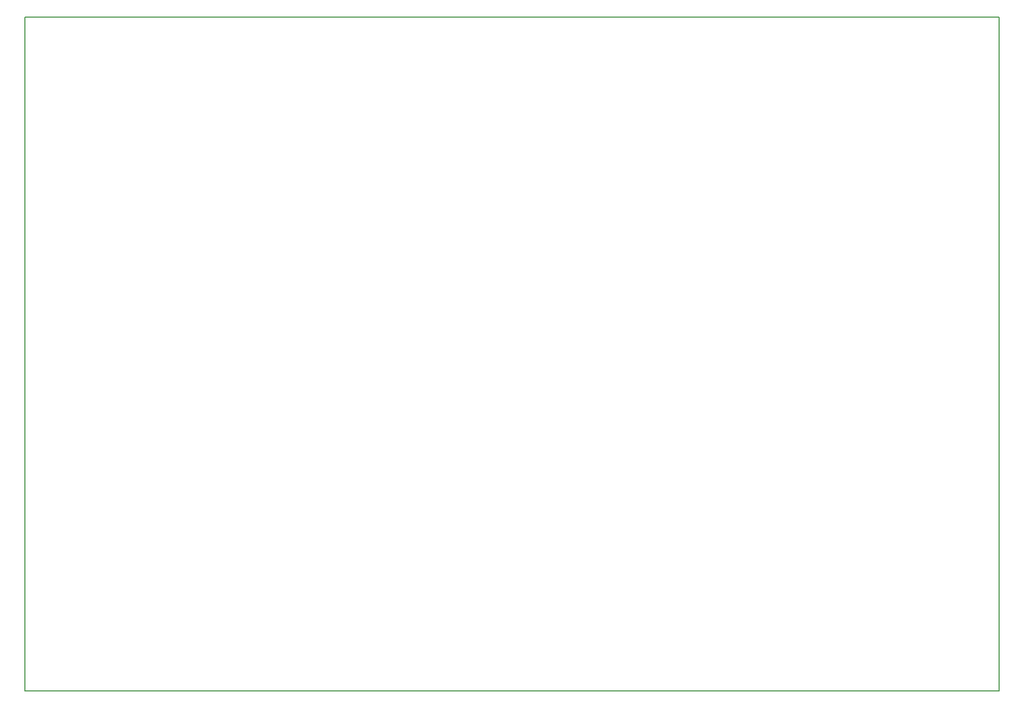
<source format=gbr>
G04 #@! TF.FileFunction,Profile,NP*
%FSLAX46Y46*%
G04 Gerber Fmt 4.6, Leading zero omitted, Abs format (unit mm)*
G04 Created by KiCad (PCBNEW 4.0.7) date 05/17/21 03:00:34*
%MOMM*%
%LPD*%
G01*
G04 APERTURE LIST*
%ADD10C,0.100000*%
%ADD11C,0.150000*%
G04 APERTURE END LIST*
D10*
D11*
X215000000Y-20000000D02*
X215000000Y-130000000D01*
X56000000Y-130000000D02*
X56000000Y-20000000D01*
X215000000Y-20000000D02*
X56000000Y-20000000D01*
X214000000Y-130000000D02*
X215000000Y-130000000D01*
X56000000Y-130000000D02*
X214000000Y-130000000D01*
M02*

</source>
